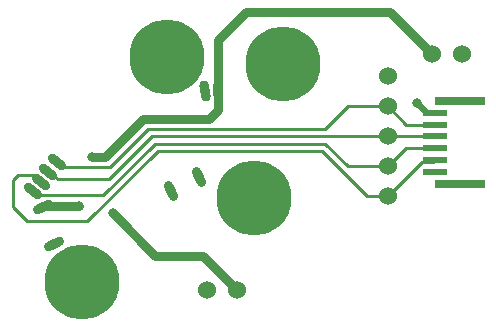
<source format=gtl>
G04*
G04 #@! TF.GenerationSoftware,Altium Limited,Altium Designer,19.0.15 (446)*
G04*
G04 Layer_Physical_Order=1*
G04 Layer_Color=255*
%FSLAX25Y25*%
%MOIN*%
G70*
G01*
G75*
%ADD11C,0.01000*%
%ADD20R,0.07874X0.02362*%
%ADD21R,0.16535X0.02756*%
%ADD22C,0.03000*%
%ADD23C,0.02000*%
%ADD24C,0.25000*%
G04:AMPARAMS|DCode=25|XSize=31.5mil|YSize=70.87mil|CornerRadius=0mil|HoleSize=0mil|Usage=FLASHONLY|Rotation=52.000|XOffset=0mil|YOffset=0mil|HoleType=Round|Shape=Round|*
%AMOVALD25*
21,1,0.03937,0.03150,0.00000,0.00000,142.0*
1,1,0.03150,0.01551,-0.01212*
1,1,0.03150,-0.01551,0.01212*
%
%ADD25OVALD25*%

G04:AMPARAMS|DCode=26|XSize=31.5mil|YSize=70.87mil|CornerRadius=0mil|HoleSize=0mil|Usage=FLASHONLY|Rotation=116.000|XOffset=0mil|YOffset=0mil|HoleType=Round|Shape=Round|*
%AMOVALD26*
21,1,0.03937,0.03150,0.00000,0.00000,206.0*
1,1,0.03150,0.01769,0.00863*
1,1,0.03150,-0.01769,-0.00863*
%
%ADD26OVALD26*%

%ADD27O,0.03150X0.07087*%
G04:AMPARAMS|DCode=28|XSize=31.5mil|YSize=70.87mil|CornerRadius=0mil|HoleSize=0mil|Usage=FLASHONLY|Rotation=10.000|XOffset=0mil|YOffset=0mil|HoleType=Round|Shape=Round|*
%AMOVALD28*
21,1,0.03937,0.03150,0.00000,0.00000,100.0*
1,1,0.03150,0.00342,-0.01939*
1,1,0.03150,-0.00342,0.01939*
%
%ADD28OVALD28*%

G04:AMPARAMS|DCode=29|XSize=31.5mil|YSize=70.87mil|CornerRadius=0mil|HoleSize=0mil|Usage=FLASHONLY|Rotation=206.000|XOffset=0mil|YOffset=0mil|HoleType=Round|Shape=Round|*
%AMOVALD29*
21,1,0.03937,0.03150,0.00000,0.00000,296.0*
1,1,0.03150,-0.00863,0.01769*
1,1,0.03150,0.00863,-0.01769*
%
%ADD29OVALD29*%

%ADD30C,0.06000*%
%ADD31C,0.03150*%
D11*
X26142Y13937D02*
X39370D01*
X18504Y6299D02*
X26142Y13937D01*
X-40551Y6299D02*
X18504D01*
X-53150Y-6299D02*
X-40551Y6299D01*
X-39370Y3937D02*
X39370D01*
X-53543Y-10236D02*
X-39370Y3937D01*
X18504Y1575D02*
X26142Y-6063D01*
X-38189Y1575D02*
X18504D01*
X-55512Y-15748D02*
X-38189Y1575D01*
X17323Y-787D02*
X32598Y-16063D01*
X-37260Y-787D02*
X17323D01*
X-60882Y-24409D02*
X-37260Y-787D01*
X-79373Y-9055D02*
X-76518Y-11909D01*
X-75394D01*
X-83858Y-9055D02*
X-79373D01*
X-85433Y-10630D02*
X-83858Y-9055D01*
X-85433Y-19685D02*
Y-10630D01*
Y-19685D02*
X-80709Y-24409D01*
X-60882D01*
X32598Y-16063D02*
X39370D01*
X-77130Y-15748D02*
X-55512D01*
X-77854Y-15024D02*
X-77130Y-15748D01*
X26142Y-6063D02*
X39370D01*
X-72117Y-8760D02*
X-70641Y-10236D01*
X-72835Y-8760D02*
X-72117D01*
X-70641Y-10236D02*
X-53543D01*
X-67941Y-6156D02*
X-67798Y-6299D01*
X-69183Y-6156D02*
X-67941D01*
X-70079Y-5260D02*
X-69183Y-6156D01*
X-67798Y-6299D02*
X-53150D01*
X39370Y-16063D02*
X50815Y-4618D01*
X54437D01*
X55118Y-3937D01*
X39370Y-6063D02*
X45433Y0D01*
X55118D01*
X39370Y13937D02*
X45433Y7874D01*
X55118D01*
X39370Y3937D02*
X55118D01*
D20*
Y-7874D02*
D03*
Y-3937D02*
D03*
Y0D02*
D03*
Y3937D02*
D03*
Y7874D02*
D03*
Y11811D02*
D03*
D21*
X63386Y-11811D02*
D03*
Y15748D02*
D03*
D22*
X-22165Y-35827D02*
X-10748Y-47244D01*
X-38189Y-35827D02*
X-22165D01*
X-52362Y-21654D02*
X-38189Y-35827D01*
X-73316Y-19291D02*
X-63386D01*
X-73731Y-18876D02*
X-73316Y-19291D01*
X-74191Y-18876D02*
X-73731D01*
X-74508Y-19193D02*
X-74191Y-18876D01*
X-59055Y-2756D02*
X-54724D01*
X-42126Y9843D01*
X-20079D01*
X-17224Y12697D01*
Y18209D01*
Y35925D01*
X-7874Y45276D01*
X40276D01*
X54055Y31496D01*
D23*
X49213Y14961D02*
X52362Y11811D01*
X55118D01*
D24*
X-34138Y30315D02*
D03*
X4331Y27953D02*
D03*
X-62402Y-44488D02*
D03*
X-5118Y-16535D02*
D03*
D25*
X-78785Y-14297D02*
D03*
X-76324Y-11182D02*
D03*
X-73765Y-8033D02*
D03*
X-71009Y-4533D02*
D03*
D26*
X-75569Y-19711D02*
D03*
X-71979Y-32041D02*
D03*
D27*
X-17224Y19390D02*
D03*
D28*
X-21563Y18978D02*
D03*
D29*
X-23498Y-9723D02*
D03*
X-32844Y-14349D02*
D03*
D30*
X64055Y31496D02*
D03*
X54055D02*
D03*
X-20748Y-47244D02*
D03*
X-10748D02*
D03*
X39370Y13937D02*
D03*
Y-16063D02*
D03*
Y-6063D02*
D03*
Y3937D02*
D03*
Y23937D02*
D03*
D31*
X-52362Y-21654D02*
D03*
X-63386Y-19291D02*
D03*
X-59055Y-2756D02*
D03*
X49213Y14961D02*
D03*
M02*

</source>
